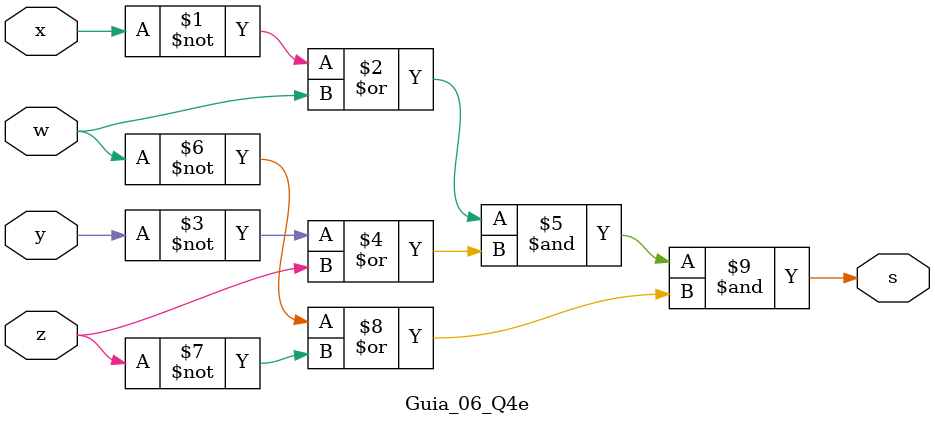
<source format=v>
/*
870863_Gabriel_Matos_Nogueira
Guia_06.v
*/

// a) f(x,y,w,z) = y' + w' . x' + w + z
module Guia_06_Q4a (output s, input x, y, w, z);
  assign s = (~y | ~w) & (~x | w | z);
endmodule

// b) f(x,y,w,z) = x' + w' . y' + w . x + y' + z'
module Guia_06_Q4b (output s, input x, y, w, z);
  assign s = (~x | ~w) & (~y | w) & (x | ~y | ~z);
endmodule

// c) f(x,y,w,z) = x + y'+ w . x' + y + w' . x' + y + z' . y' + w' + z'
module Guia_06_Q4c (output s, input x, y, w, z);
  assign s = (x | ~y | w) & (~x | y | ~w) & (~x | y | ~z) & (~y | ~w | ~z);
endmodule

// d) f(x,y,w,z) = w' + z' . x + y + w . x' + y' + z
module Guia_06_Q4d (output s, input x, y, w, z);
  assign s = (~w | ~z) & (x | y | w) & (~x | ~y | z);
endmodule

// e) f(x,y,w,z) = x' + w . y' + z . w' + z'
module Guia_06_Q4e (output s, input x, y, w, z);
  assign s = (~x | w) & (~y | z) & (~w | ~z);
endmodule
</source>
